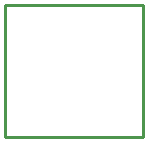
<source format=gko>
G04*
G04 #@! TF.GenerationSoftware,Altium Limited,Altium Designer,22.2.1 (43)*
G04*
G04 Layer_Color=16711935*
%FSLAX25Y25*%
%MOIN*%
G70*
G04*
G04 #@! TF.SameCoordinates,45019255-E314-4CC0-BBC9-7E872D735D2A*
G04*
G04*
G04 #@! TF.FilePolarity,Positive*
G04*
G01*
G75*
%ADD16C,0.01000*%
D16*
X23000Y-21500D02*
Y22500D01*
X-23000D02*
X23000D01*
X-23000Y-21500D02*
Y22500D01*
Y-21500D02*
X23000D01*
M02*

</source>
